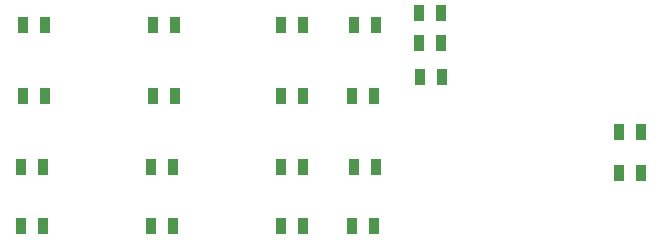
<source format=gbr>
%TF.GenerationSoftware,Altium Limited,Altium Designer,21.3.2 (30)*%
G04 Layer_Color=8421504*
%FSLAX45Y45*%
%MOMM*%
%TF.SameCoordinates,29C89E41-5BB3-4AF8-996E-2FCDB6C4A0D1*%
%TF.FilePolarity,Positive*%
%TF.FileFunction,Paste,Top*%
%TF.Part,Single*%
G01*
G75*
%TA.AperFunction,SMDPad,CuDef*%
%ADD10R,0.95000X1.40000*%
D10*
X4000000Y2700000D02*
D03*
X4185000D02*
D03*
X2915000D02*
D03*
X3100000D02*
D03*
X1815000D02*
D03*
X2000000D02*
D03*
X4000000Y2100000D02*
D03*
X4185000D02*
D03*
X2915000D02*
D03*
X3100000D02*
D03*
X1815000D02*
D03*
X2000000D02*
D03*
X1800000Y1500000D02*
D03*
X1985000D02*
D03*
X4000000D02*
D03*
X4185000D02*
D03*
X2900000D02*
D03*
X3085000D02*
D03*
X4000000Y1000000D02*
D03*
X4185000D02*
D03*
X2900000D02*
D03*
X3085000D02*
D03*
X1799999D02*
D03*
X1984999D02*
D03*
X4800000Y2700000D02*
D03*
X4615000D02*
D03*
X4784999Y1000000D02*
D03*
X4600000D02*
D03*
X5357834Y2257834D02*
D03*
X5172834D02*
D03*
X5350000Y2550000D02*
D03*
X5165000D02*
D03*
X5350000Y2800000D02*
D03*
X5165000D02*
D03*
X7042500Y1450000D02*
D03*
X6857500D02*
D03*
X7042500Y1800000D02*
D03*
X6857500D02*
D03*
X4784999Y2100000D02*
D03*
X4600000D02*
D03*
X4800000Y1500000D02*
D03*
X4615000D02*
D03*
%TF.MD5,d62a8c344800d23de2afd40991931d87*%
M02*

</source>
